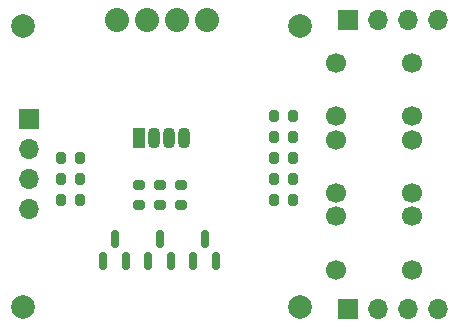
<source format=gbr>
%TF.GenerationSoftware,KiCad,Pcbnew,(6.0.1-0)*%
%TF.CreationDate,2022-03-07T17:04:26+09:00*%
%TF.ProjectId,qLAMP-lcd,714c414d-502d-46c6-9364-2e6b69636164,rev?*%
%TF.SameCoordinates,Original*%
%TF.FileFunction,Soldermask,Top*%
%TF.FilePolarity,Negative*%
%FSLAX46Y46*%
G04 Gerber Fmt 4.6, Leading zero omitted, Abs format (unit mm)*
G04 Created by KiCad (PCBNEW (6.0.1-0)) date 2022-03-07 17:04:26*
%MOMM*%
%LPD*%
G01*
G04 APERTURE LIST*
G04 Aperture macros list*
%AMRoundRect*
0 Rectangle with rounded corners*
0 $1 Rounding radius*
0 $2 $3 $4 $5 $6 $7 $8 $9 X,Y pos of 4 corners*
0 Add a 4 corners polygon primitive as box body*
4,1,4,$2,$3,$4,$5,$6,$7,$8,$9,$2,$3,0*
0 Add four circle primitives for the rounded corners*
1,1,$1+$1,$2,$3*
1,1,$1+$1,$4,$5*
1,1,$1+$1,$6,$7*
1,1,$1+$1,$8,$9*
0 Add four rect primitives between the rounded corners*
20,1,$1+$1,$2,$3,$4,$5,0*
20,1,$1+$1,$4,$5,$6,$7,0*
20,1,$1+$1,$6,$7,$8,$9,0*
20,1,$1+$1,$8,$9,$2,$3,0*%
G04 Aperture macros list end*
%ADD10R,1.064920X1.800000*%
%ADD11O,1.064920X1.800000*%
%ADD12O,2.032000X2.032000*%
%ADD13C,2.000000*%
%ADD14RoundRect,0.200000X-0.275000X0.200000X-0.275000X-0.200000X0.275000X-0.200000X0.275000X0.200000X0*%
%ADD15R,1.700000X1.700000*%
%ADD16O,1.700000X1.700000*%
%ADD17RoundRect,0.150000X0.150000X-0.587500X0.150000X0.587500X-0.150000X0.587500X-0.150000X-0.587500X0*%
%ADD18RoundRect,0.200000X-0.200000X-0.275000X0.200000X-0.275000X0.200000X0.275000X-0.200000X0.275000X0*%
%ADD19C,1.700000*%
G04 APERTURE END LIST*
D10*
%TO.C,D1*%
X144285005Y-101259996D03*
D11*
X145555005Y-101259996D03*
X146825005Y-101259996D03*
X148095005Y-101259996D03*
%TD*%
D12*
%TO.C,D2*%
X150000000Y-91260000D03*
X147460000Y-91260000D03*
X144920000Y-91260000D03*
X142380000Y-91260000D03*
D13*
X134440000Y-91760000D03*
X157940000Y-115560000D03*
X157940000Y-91760000D03*
X134440000Y-115560000D03*
%TD*%
D14*
%TO.C,R8*%
X146029000Y-105254999D03*
X146029000Y-106904999D03*
%TD*%
D15*
%TO.C,J1*%
X161940000Y-91260000D03*
D16*
X164480000Y-91260000D03*
X167020000Y-91260000D03*
X169560000Y-91260000D03*
%TD*%
D17*
%TO.C,Q2*%
X141269000Y-111687500D03*
X143169000Y-111687500D03*
X142219000Y-109812500D03*
%TD*%
D18*
%TO.C,R7*%
X155694200Y-101223999D03*
X157344200Y-101223999D03*
%TD*%
D15*
%TO.C,J3*%
X134940000Y-99700000D03*
D16*
X134940000Y-102240000D03*
X134940000Y-104779999D03*
X134940000Y-107320000D03*
%TD*%
D18*
%TO.C,R2*%
X137660200Y-104779999D03*
X139310200Y-104779999D03*
%TD*%
%TO.C,R1*%
X137660200Y-103001999D03*
X139310200Y-103001999D03*
%TD*%
D19*
%TO.C,SW3*%
X160940000Y-107910000D03*
X167440000Y-107910000D03*
X160940000Y-112410000D03*
X167440000Y-112410000D03*
%TD*%
D18*
%TO.C,R3*%
X137660200Y-106557999D03*
X139310200Y-106557999D03*
%TD*%
D17*
%TO.C,Q3*%
X145079000Y-111687500D03*
X146979000Y-111687500D03*
X146029000Y-109812500D03*
%TD*%
D14*
%TO.C,R4*%
X147807000Y-105254999D03*
X147807000Y-106904999D03*
%TD*%
D18*
%TO.C,R11*%
X155694200Y-106557999D03*
X157344200Y-106557999D03*
%TD*%
D17*
%TO.C,Q1*%
X148889000Y-111687500D03*
X150789000Y-111687500D03*
X149839000Y-109812500D03*
%TD*%
D18*
%TO.C,R5*%
X155694200Y-99445999D03*
X157344200Y-99445999D03*
%TD*%
%TO.C,R9*%
X155694200Y-103001999D03*
X157344200Y-103001999D03*
%TD*%
D19*
%TO.C,SW2*%
X160940000Y-101410000D03*
X167440000Y-101410000D03*
X160940000Y-105910000D03*
X167440000Y-105910000D03*
%TD*%
%TO.C,SW1*%
X160940000Y-94910000D03*
X167440000Y-94910000D03*
X160940000Y-99410000D03*
X167440000Y-99410000D03*
%TD*%
D14*
%TO.C,R6*%
X144251000Y-105254999D03*
X144251000Y-106904999D03*
%TD*%
D15*
%TO.C,J2*%
X161940000Y-115760000D03*
D16*
X164480000Y-115760000D03*
X167020000Y-115760000D03*
X169560000Y-115760000D03*
%TD*%
D18*
%TO.C,R10*%
X155694200Y-104779999D03*
X157344200Y-104779999D03*
%TD*%
M02*

</source>
